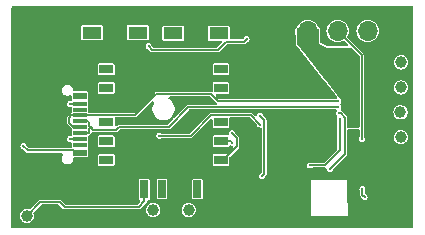
<source format=gbr>
%TF.GenerationSoftware,KiCad,Pcbnew,8.0.0*%
%TF.CreationDate,2024-03-12T22:02:48+01:00*%
%TF.ProjectId,projet s6,70726f6a-6574-4207-9336-2e6b69636164,rev?*%
%TF.SameCoordinates,Original*%
%TF.FileFunction,Copper,L2,Bot*%
%TF.FilePolarity,Positive*%
%FSLAX46Y46*%
G04 Gerber Fmt 4.6, Leading zero omitted, Abs format (unit mm)*
G04 Created by KiCad (PCBNEW 8.0.0) date 2024-03-12 22:02:48*
%MOMM*%
%LPD*%
G01*
G04 APERTURE LIST*
%TA.AperFunction,ComponentPad*%
%ADD10R,1.700000X1.700000*%
%TD*%
%TA.AperFunction,ComponentPad*%
%ADD11O,1.700000X1.700000*%
%TD*%
%TA.AperFunction,ComponentPad*%
%ADD12C,1.000000*%
%TD*%
%TA.AperFunction,ComponentPad*%
%ADD13R,1.650000X1.050000*%
%TD*%
%TA.AperFunction,SMDPad,CuDef*%
%ADD14R,1.100000X0.500000*%
%TD*%
%TA.AperFunction,SMDPad,CuDef*%
%ADD15R,1.650000X1.050000*%
%TD*%
%TA.AperFunction,SMDPad,CuDef*%
%ADD16R,1.200000X0.800000*%
%TD*%
%TA.AperFunction,WasherPad*%
%ADD17C,1.000000*%
%TD*%
%TA.AperFunction,SMDPad,CuDef*%
%ADD18R,0.700000X1.600000*%
%TD*%
%TA.AperFunction,SMDPad,CuDef*%
%ADD19R,0.700000X1.500000*%
%TD*%
%TA.AperFunction,HeatsinkPad*%
%ADD20R,1.000000X0.800000*%
%TD*%
%TA.AperFunction,SMDPad,CuDef*%
%ADD21R,1.150000X0.600000*%
%TD*%
%TA.AperFunction,SMDPad,CuDef*%
%ADD22R,1.150000X0.300000*%
%TD*%
%TA.AperFunction,SMDPad,CuDef*%
%ADD23R,2.000000X2.180000*%
%TD*%
%TA.AperFunction,ViaPad*%
%ADD24C,0.300000*%
%TD*%
%TA.AperFunction,Conductor*%
%ADD25C,0.150000*%
%TD*%
%TA.AperFunction,Conductor*%
%ADD26C,0.200000*%
%TD*%
G04 APERTURE END LIST*
D10*
%TO.P,J2,1,Pin_1*%
%TO.N,GND*%
X196150000Y-67250000D03*
D11*
%TO.P,J2,2,Pin_2*%
%TO.N,+3.3V*%
X198690000Y-67250000D03*
%TO.P,J2,3,Pin_3*%
%TO.N,OLED_SCL*%
X201230000Y-67250000D03*
%TO.P,J2,4,Pin_4*%
%TO.N,OLED_SDA*%
X203770000Y-67250000D03*
%TD*%
D12*
%TO.P,TP5,1,1*%
%TO.N,BAT+*%
X174910000Y-82900000D03*
%TD*%
%TO.P,TP9,1,1*%
%TO.N,SWDIO*%
X206550000Y-74140000D03*
%TD*%
%TO.P,TP11,1,1*%
%TO.N,SWCLK*%
X206570000Y-72030000D03*
%TD*%
%TO.P,TP7,1,1*%
%TO.N,+3.3V*%
X206570000Y-76240000D03*
%TD*%
%TO.P,TP8,1,1*%
%TO.N,GND*%
X206590000Y-67840000D03*
%TD*%
%TO.P,TP1,1,1*%
%TO.N,GND*%
X177040000Y-82950000D03*
%TD*%
%TO.P,TP10,1,1*%
%TO.N,SWO*%
X206610000Y-69910000D03*
%TD*%
D13*
%TO.P,SW1,1,1*%
%TO.N,GND*%
X187300000Y-65990000D03*
D14*
X189225000Y-68415000D03*
D13*
X191150000Y-65990000D03*
D15*
%TO.P,SW1,2,2*%
%TO.N,B1*%
X187300000Y-67440000D03*
X191150000Y-67440000D03*
%TD*%
D16*
%TO.P,PA1010D1,1,I2C_SDA*%
%TO.N,unconnected-(PA1010D1-I2C_SDA-Pad1)*%
X191340000Y-70500000D03*
%TO.P,PA1010D1,2,I2C_SCL*%
%TO.N,unconnected-(PA1010D1-I2C_SCL-Pad2)*%
X191340000Y-72100000D03*
%TO.P,PA1010D1,3,1PPS*%
%TO.N,unconnected-(PA1010D1-1PPS-Pad3)*%
X191340000Y-75000000D03*
%TO.P,PA1010D1,4,TX*%
%TO.N,Net-(PA1010D1-TX)*%
X191340000Y-76600000D03*
%TO.P,PA1010D1,5,RX*%
%TO.N,Net-(PA1010D1-RX)*%
X191340000Y-78200000D03*
%TO.P,PA1010D1,6,NRESET*%
%TO.N,unconnected-(PA1010D1-NRESET-Pad6)*%
X181640000Y-78200000D03*
%TO.P,PA1010D1,7,GND*%
%TO.N,GNDGPS*%
X181640000Y-76600000D03*
%TO.P,PA1010D1,8,WAKE_UP*%
%TO.N,unconnected-(PA1010D1-WAKE_UP-Pad8)*%
X181640000Y-75000000D03*
%TO.P,PA1010D1,9,VBACKUP*%
%TO.N,Net-(BT1-+)*%
X181640000Y-72100000D03*
%TO.P,PA1010D1,10,VCC*%
%TO.N,+3.3V*%
X181640000Y-70500000D03*
%TD*%
D17*
%TO.P,SW6,*%
%TO.N,*%
X188615000Y-82417500D03*
X185615000Y-82417500D03*
D18*
%TO.P,SW6,1,C*%
%TO.N,BAT+*%
X184865000Y-80667500D03*
D19*
%TO.P,SW6,2,B*%
%TO.N,Net-(SW6-B)*%
X186365000Y-80667500D03*
%TO.P,SW6,3,A*%
%TO.N,vusb*%
X189365000Y-80667500D03*
D20*
%TO.P,SW6,4*%
%TO.N,GND*%
X190765000Y-83382500D03*
X190765000Y-81452500D03*
X183465000Y-83382500D03*
X183465000Y-81452500D03*
%TD*%
D13*
%TO.P,SW2,1,1*%
%TO.N,GND*%
X180450000Y-65940000D03*
D14*
X182375000Y-68365000D03*
D13*
X184300000Y-65940000D03*
D15*
%TO.P,SW2,2,2*%
%TO.N,B2*%
X180450000Y-67390000D03*
X184300000Y-67390000D03*
%TD*%
D21*
%TO.P,J1,A1,GND*%
%TO.N,GND*%
X179420000Y-78355000D03*
X179420000Y-71955000D03*
%TO.P,J1,A4,VBUS*%
%TO.N,vusb*%
X179420000Y-77555000D03*
X179420000Y-72755000D03*
D22*
%TO.P,J1,A5,CC1*%
%TO.N,Net-(J1-CC1)*%
X179420000Y-76405000D03*
%TO.P,J1,A6,D+*%
%TO.N,D+*%
X179420000Y-75405000D03*
%TO.P,J1,A7,D-*%
%TO.N,D-*%
X179420000Y-74905000D03*
%TO.P,J1,A8,SBU1*%
%TO.N,unconnected-(J1-SBU1-PadA8)*%
X179420000Y-73905000D03*
%TO.P,J1,B5,CC2*%
%TO.N,Net-(J1-CC2)*%
X179420000Y-73405000D03*
%TO.P,J1,B6,D+*%
%TO.N,D+*%
X179420000Y-74405000D03*
%TO.P,J1,B7,D-*%
%TO.N,D-*%
X179420000Y-75905000D03*
%TO.P,J1,B8,SBU2*%
%TO.N,unconnected-(J1-SBU2-PadB8)*%
X179420000Y-76905000D03*
D23*
%TO.P,J1,S1,SHIELD*%
%TO.N,GND*%
X174915000Y-80265000D03*
X178845000Y-80265000D03*
X174915000Y-70045000D03*
X178845000Y-70045000D03*
%TD*%
D24*
%TO.N,GND*%
X200750000Y-79400000D03*
X202620000Y-81000000D03*
X202740000Y-82100000D03*
X206380000Y-81500000D03*
%TO.N,Net-(IC1-SETC)*%
X203520000Y-81330000D03*
X203330000Y-80610000D03*
%TO.N,GND*%
X200650000Y-83340000D03*
X197410000Y-77480000D03*
X198630000Y-83320000D03*
X205030000Y-79140000D03*
X202450000Y-79360000D03*
X198440000Y-79990000D03*
X199080000Y-79350000D03*
X173910000Y-83610000D03*
X174460000Y-73070000D03*
X198120000Y-70390000D03*
X196790000Y-70400000D03*
X204060000Y-69240000D03*
X204640000Y-71740000D03*
X200140000Y-71700000D03*
X203840000Y-73510000D03*
X204760000Y-73480000D03*
X207080000Y-72960000D03*
X184890000Y-70070000D03*
X185780000Y-71740000D03*
X191270000Y-79900000D03*
X193000000Y-78980000D03*
X193550000Y-66230000D03*
%TO.N,+3.3V*%
X202250000Y-74510000D03*
X194650000Y-74410000D03*
X185220000Y-68540000D03*
X193520000Y-67940000D03*
X199200000Y-68790000D03*
X202810000Y-74510000D03*
X202270000Y-75020000D03*
X182040000Y-70460000D03*
X198390000Y-68790000D03*
X202790000Y-75020000D03*
X194830000Y-79550000D03*
%TO.N,GNDGPS*%
X182130000Y-76590000D03*
%TO.N,Net-(BT1-+)*%
X181260000Y-72050000D03*
%TO.N,COMPASSCL*%
X198900000Y-78630000D03*
X201390000Y-74700000D03*
%TO.N,COMPASSDA*%
X200560000Y-78950000D03*
X201360000Y-74210000D03*
%TO.N,Net-(J1-CC2)*%
X178540000Y-73420000D03*
%TO.N,Net-(J1-CC1)*%
X178540000Y-76420000D03*
%TO.N,OLED_SCL*%
X203270000Y-76400000D03*
%TO.N,Net-(PA1010D1-TX)*%
X192290000Y-76700000D03*
%TO.N,Net-(PA1010D1-RX)*%
X192300000Y-75900000D03*
%TO.N,ALIMGPS*%
X194680000Y-75180000D03*
X186140000Y-76110000D03*
%TO.N,B2*%
X184800000Y-67360000D03*
X180000000Y-67360000D03*
%TO.N,B1*%
X186860000Y-67370000D03*
X191630000Y-67420000D03*
%TO.N,vusb*%
X174630000Y-76980000D03*
X179070000Y-77560000D03*
X179700000Y-77560000D03*
X179810000Y-72760000D03*
X189390000Y-80080000D03*
X179170000Y-72760000D03*
%TO.N,D+*%
X201290000Y-73200000D03*
%TO.N,D-*%
X201290000Y-73690000D03*
%TO.N,Net-(SW6-B)*%
X186360000Y-80070000D03*
%TO.N,GND*%
X178240000Y-70180000D03*
X196560000Y-75380000D03*
X187000000Y-78000000D03*
X177000000Y-69000000D03*
X175460000Y-69480000D03*
X174900000Y-80870000D03*
X174910000Y-80260000D03*
X175000000Y-67500000D03*
X193410000Y-77390000D03*
X189820000Y-73140000D03*
X176740000Y-75760000D03*
X178760000Y-70670000D03*
X192470000Y-74840000D03*
X174350000Y-70060000D03*
X178860000Y-79630000D03*
X188180000Y-68370000D03*
X174320000Y-70670000D03*
X175600000Y-75120000D03*
X179100000Y-78350000D03*
X178810000Y-69650000D03*
X182390000Y-83020000D03*
X202910000Y-75870000D03*
X194380000Y-71440000D03*
X175420000Y-79740000D03*
X181170000Y-68400000D03*
X189910000Y-69810000D03*
X175410000Y-80290000D03*
X179430000Y-70220000D03*
X196000000Y-78000000D03*
X178220000Y-69670000D03*
X190000000Y-79000000D03*
X174920000Y-79780000D03*
X199360000Y-75360000D03*
X178860000Y-80180000D03*
X195000000Y-82500000D03*
X179180000Y-71980000D03*
X186000000Y-78000000D03*
X176000000Y-66000000D03*
X177000000Y-67000000D03*
X186430000Y-70070000D03*
X179450000Y-69680000D03*
X189190000Y-71840000D03*
X196590000Y-74200000D03*
X178300000Y-80710000D03*
X180650000Y-73610000D03*
X176770000Y-74150000D03*
X190270000Y-68420000D03*
X187000000Y-77000000D03*
X179810000Y-72000000D03*
X199390000Y-72510000D03*
X177500000Y-72500000D03*
X192500000Y-82500000D03*
X175410000Y-80890000D03*
X188070000Y-70770000D03*
X174890000Y-70040000D03*
X204640000Y-71090000D03*
X189000000Y-78000000D03*
X178320000Y-74070000D03*
X197940000Y-72530000D03*
X184770000Y-74750000D03*
X178810000Y-70170000D03*
X188040000Y-73260000D03*
X187490000Y-75600000D03*
X189000000Y-77000000D03*
X184720000Y-72820000D03*
X178280000Y-80180000D03*
X194000000Y-69700000D03*
X191110000Y-71310000D03*
X181000000Y-80000000D03*
X179410000Y-70700000D03*
X174310000Y-69490000D03*
X194390000Y-78290000D03*
X174870000Y-70700000D03*
X178190000Y-70700000D03*
X193070000Y-68700000D03*
X196540000Y-72510000D03*
X177000000Y-81000000D03*
X180620000Y-72730000D03*
X175120000Y-76850000D03*
X206530000Y-78060000D03*
X185000000Y-78000000D03*
X189870000Y-74150000D03*
X200770000Y-76730000D03*
X184000000Y-78000000D03*
X206370000Y-66140000D03*
X178300000Y-79650000D03*
X191660000Y-68800000D03*
X174930000Y-69480000D03*
X175480000Y-70670000D03*
X193150000Y-71850000D03*
X179460000Y-79610000D03*
X188000000Y-77000000D03*
X192820000Y-69690000D03*
X179760000Y-78330000D03*
X187000000Y-83000000D03*
X175470000Y-70040000D03*
X194520000Y-76440000D03*
X179470000Y-80180000D03*
X178300000Y-75700000D03*
X197960000Y-75320000D03*
X199370000Y-74120000D03*
X179470000Y-80690000D03*
X182000000Y-81000000D03*
X174670000Y-75130000D03*
X178860000Y-80730000D03*
X188000000Y-78000000D03*
%TD*%
D25*
%TO.N,Net-(IC1-SETC)*%
X203330000Y-81140000D02*
X203520000Y-81330000D01*
X203330000Y-80610000D02*
X203330000Y-81140000D01*
%TO.N,COMPASSCL*%
X201390000Y-77370000D02*
X201390000Y-74700000D01*
X198900000Y-78630000D02*
X200130000Y-78630000D01*
X200130000Y-78630000D02*
X201390000Y-77370000D01*
%TO.N,COMPASSDA*%
X201870000Y-74578959D02*
X201501041Y-74210000D01*
X200560000Y-78950000D02*
X201870000Y-77640000D01*
X201501041Y-74210000D02*
X201360000Y-74210000D01*
X201870000Y-77640000D02*
X201870000Y-74578959D01*
D26*
%TO.N,+3.3V*%
X193290000Y-68170000D02*
X193520000Y-67940000D01*
X191780000Y-68170000D02*
X193290000Y-68170000D01*
X191085000Y-68865000D02*
X191780000Y-68170000D01*
X195030000Y-79350000D02*
X195030000Y-74790000D01*
X195030000Y-74790000D02*
X194650000Y-74410000D01*
X194830000Y-79550000D02*
X195030000Y-79350000D01*
X185220000Y-68540000D02*
X185545000Y-68865000D01*
X185545000Y-68865000D02*
X191085000Y-68865000D01*
D25*
%TO.N,Net-(J1-CC2)*%
X179420000Y-73405000D02*
X178555000Y-73405000D01*
X178555000Y-73405000D02*
X178540000Y-73420000D01*
%TO.N,Net-(J1-CC1)*%
X179420000Y-76405000D02*
X178555000Y-76405000D01*
X178555000Y-76405000D02*
X178540000Y-76420000D01*
%TO.N,OLED_SCL*%
X203270000Y-69290000D02*
X203270000Y-76400000D01*
X201230000Y-67250000D02*
X203270000Y-69290000D01*
%TO.N,Net-(PA1010D1-TX)*%
X192190000Y-76600000D02*
X192290000Y-76700000D01*
X191340000Y-76600000D02*
X192190000Y-76600000D01*
%TO.N,Net-(PA1010D1-RX)*%
X192715000Y-77025000D02*
X192715000Y-76315000D01*
X191540000Y-78200000D02*
X192715000Y-77025000D01*
X191340000Y-78200000D02*
X191540000Y-78200000D01*
X192715000Y-76315000D02*
X192300000Y-75900000D01*
%TO.N,ALIMGPS*%
X190520000Y-74370000D02*
X193870000Y-74370000D01*
X193870000Y-74370000D02*
X194680000Y-75180000D01*
X188780000Y-76110000D02*
X190520000Y-74370000D01*
X186140000Y-76110000D02*
X188780000Y-76110000D01*
%TO.N,B1*%
X191150000Y-67840000D02*
X191150000Y-67440000D01*
D26*
%TO.N,vusb*%
X174630000Y-76996397D02*
X174988603Y-77355000D01*
X178865000Y-77355000D02*
X179070000Y-77560000D01*
X174630000Y-76980000D02*
X174630000Y-76996397D01*
X174988603Y-77355000D02*
X178865000Y-77355000D01*
D25*
%TO.N,D+*%
X191095000Y-73200000D02*
X201290000Y-73200000D01*
X178520000Y-75060000D02*
X178865000Y-75405000D01*
X179420000Y-74405000D02*
X178695000Y-74405000D01*
X178520000Y-74580000D02*
X178520000Y-74750000D01*
X179420000Y-74405000D02*
X179450000Y-74375000D01*
X178520000Y-74770000D02*
X178520000Y-75060000D01*
X185830000Y-72620000D02*
X190515000Y-72620000D01*
X178865000Y-75405000D02*
X179420000Y-75405000D01*
X184075000Y-74375000D02*
X185830000Y-72620000D01*
X179450000Y-74375000D02*
X184075000Y-74375000D01*
X190515000Y-72620000D02*
X191095000Y-73200000D01*
X178695000Y-74405000D02*
X178520000Y-74580000D01*
%TO.N,D-*%
X180220000Y-75830000D02*
X180220000Y-75540000D01*
X186920000Y-75360000D02*
X188590000Y-73690000D01*
X180145000Y-75905000D02*
X180220000Y-75830000D01*
X180340000Y-75420000D02*
X180220000Y-75300000D01*
X180545000Y-75625000D02*
X182465000Y-75625000D01*
X180220000Y-75300000D02*
X180220000Y-75030000D01*
X180340000Y-75420000D02*
X180545000Y-75625000D01*
X179420000Y-75905000D02*
X180145000Y-75905000D01*
X180095000Y-74905000D02*
X179420000Y-74905000D01*
X182730000Y-75360000D02*
X186920000Y-75360000D01*
X182465000Y-75625000D02*
X182730000Y-75360000D01*
X180220000Y-75540000D02*
X180340000Y-75420000D01*
X188590000Y-73690000D02*
X201290000Y-73690000D01*
X180220000Y-75030000D02*
X180095000Y-74905000D01*
D26*
%TO.N,BAT+*%
X177700000Y-81740000D02*
X176070000Y-81740000D01*
X184380000Y-82152500D02*
X178112500Y-82152500D01*
X178112500Y-82152500D02*
X177700000Y-81740000D01*
X184865000Y-80667500D02*
X184865000Y-81667500D01*
X184865000Y-81667500D02*
X184380000Y-82152500D01*
X176070000Y-81740000D02*
X174910000Y-82900000D01*
%TD*%
%TA.AperFunction,Conductor*%
%TO.N,GND*%
G36*
X190457982Y-72815185D02*
G01*
X190478624Y-72831819D01*
X190949624Y-73302819D01*
X190983109Y-73364142D01*
X190978125Y-73433834D01*
X190936253Y-73489767D01*
X190870789Y-73514184D01*
X190861943Y-73514500D01*
X188639351Y-73514500D01*
X188639343Y-73514499D01*
X188624909Y-73514499D01*
X188555091Y-73514499D01*
X188555090Y-73514499D01*
X188490584Y-73541219D01*
X187418603Y-74613201D01*
X187357280Y-74646686D01*
X187287588Y-74641702D01*
X187268198Y-74627186D01*
X187277377Y-74637405D01*
X187288553Y-74706375D01*
X187260668Y-74770439D01*
X187253201Y-74778603D01*
X186883624Y-75148181D01*
X186822301Y-75181666D01*
X186795943Y-75184500D01*
X182779351Y-75184500D01*
X182779343Y-75184499D01*
X182764909Y-75184499D01*
X182695091Y-75184499D01*
X182695090Y-75184499D01*
X182630586Y-75211218D01*
X182552180Y-75289624D01*
X182490856Y-75323108D01*
X182421165Y-75318124D01*
X182365231Y-75276252D01*
X182362709Y-75269490D01*
X182368192Y-74600521D01*
X182412988Y-74561706D01*
X182464499Y-74550500D01*
X184109907Y-74550500D01*
X184109909Y-74550500D01*
X184174413Y-74523782D01*
X185460714Y-73237480D01*
X185522035Y-73203997D01*
X185591727Y-73208981D01*
X185647660Y-73250853D01*
X185672077Y-73316317D01*
X185657225Y-73384590D01*
X185651499Y-73394047D01*
X185647686Y-73399754D01*
X185647676Y-73399771D01*
X185576027Y-73572748D01*
X185576025Y-73572756D01*
X185539500Y-73756379D01*
X185539500Y-73943620D01*
X185576025Y-74127243D01*
X185576027Y-74127251D01*
X185647676Y-74300228D01*
X185647681Y-74300237D01*
X185751697Y-74455907D01*
X185751700Y-74455911D01*
X185884088Y-74588299D01*
X185884092Y-74588302D01*
X186039762Y-74692318D01*
X186039768Y-74692321D01*
X186039769Y-74692322D01*
X186212749Y-74763973D01*
X186396379Y-74800499D01*
X186396383Y-74800500D01*
X186396384Y-74800500D01*
X186583617Y-74800500D01*
X186583618Y-74800499D01*
X186767251Y-74763973D01*
X186940231Y-74692322D01*
X187095908Y-74588302D01*
X187095908Y-74588301D01*
X187096629Y-74587820D01*
X187163306Y-74566942D01*
X187225780Y-74584080D01*
X187207238Y-74534366D01*
X187222090Y-74466093D01*
X187227820Y-74456629D01*
X187228303Y-74455907D01*
X187332322Y-74300231D01*
X187403973Y-74127251D01*
X187440500Y-73943616D01*
X187440500Y-73756384D01*
X187403973Y-73572749D01*
X187332322Y-73399769D01*
X187332321Y-73399768D01*
X187332318Y-73399762D01*
X187228302Y-73244092D01*
X187228299Y-73244088D01*
X187095911Y-73111700D01*
X187095907Y-73111697D01*
X186962567Y-73022602D01*
X186917762Y-72968990D01*
X186909055Y-72899665D01*
X186939209Y-72836637D01*
X186998652Y-72799918D01*
X187031458Y-72795500D01*
X190390943Y-72795500D01*
X190457982Y-72815185D01*
G37*
%TD.AperFunction*%
%TD*%
%TA.AperFunction,Conductor*%
%TO.N,+3.3V*%
G36*
X199517609Y-67029352D02*
G01*
X199584542Y-67049391D01*
X199630017Y-67102436D01*
X199640948Y-67152389D01*
X199649999Y-68319999D01*
X199650001Y-68320001D01*
X199989999Y-68489999D01*
X200330000Y-68660000D01*
X202330608Y-68650737D01*
X202397735Y-68670111D01*
X202418860Y-68687055D01*
X203058181Y-69326376D01*
X203091666Y-69387699D01*
X203094500Y-69414057D01*
X203094500Y-75336000D01*
X203074815Y-75403039D01*
X203022011Y-75448794D01*
X202970500Y-75460000D01*
X202169500Y-75460000D01*
X202102461Y-75440315D01*
X202056706Y-75387511D01*
X202045500Y-75336000D01*
X202045500Y-74544051D01*
X202045500Y-74544050D01*
X202018782Y-74479546D01*
X201969413Y-74430177D01*
X201839837Y-74300601D01*
X201596369Y-74057132D01*
X201570251Y-74032215D01*
X201513009Y-73954699D01*
X201489020Y-73889076D01*
X201504317Y-73820902D01*
X201509639Y-73812175D01*
X201525966Y-73787740D01*
X201545408Y-73690000D01*
X201545408Y-73689997D01*
X201525966Y-73592261D01*
X201525966Y-73592260D01*
X201491395Y-73540520D01*
X201470528Y-73474330D01*
X201469407Y-73422737D01*
X201487628Y-73355291D01*
X201490255Y-73351185D01*
X201525966Y-73297740D01*
X201545408Y-73200000D01*
X201545408Y-73199997D01*
X201525966Y-73102260D01*
X201525966Y-73102259D01*
X201478994Y-73031960D01*
X201465427Y-73005074D01*
X201459999Y-72989998D01*
X200399291Y-71649702D01*
X200382270Y-71612867D01*
X200380640Y-71613543D01*
X200375967Y-71602262D01*
X200320600Y-71519398D01*
X200284981Y-71495598D01*
X200256638Y-71469447D01*
X198560616Y-69326376D01*
X197805788Y-68372586D01*
X197779621Y-68307803D01*
X197779056Y-68298472D01*
X197752897Y-67147487D01*
X197771053Y-67080020D01*
X197822804Y-67033077D01*
X197877517Y-67020674D01*
X199517609Y-67029352D01*
G37*
%TD.AperFunction*%
%TD*%
%TA.AperFunction,Conductor*%
%TO.N,GND*%
G36*
X182362709Y-75269490D02*
G01*
X182340815Y-75210787D01*
X182340499Y-75201962D01*
X182340499Y-74674499D01*
X182360184Y-74607461D01*
X182368192Y-74600521D01*
X182362709Y-75269490D01*
G37*
%TD.AperFunction*%
%TA.AperFunction,Conductor*%
G36*
X207592539Y-65170185D02*
G01*
X207638294Y-65222989D01*
X207649500Y-65274500D01*
X207649500Y-83825500D01*
X207629815Y-83892539D01*
X207577011Y-83938294D01*
X207525500Y-83949500D01*
X173724500Y-83949500D01*
X173657461Y-83929815D01*
X173611706Y-83877011D01*
X173600500Y-83825500D01*
X173600500Y-82900001D01*
X174304318Y-82900001D01*
X174324955Y-83056760D01*
X174324956Y-83056762D01*
X174385464Y-83202841D01*
X174481718Y-83328282D01*
X174607159Y-83424536D01*
X174753238Y-83485044D01*
X174831619Y-83495363D01*
X174909999Y-83505682D01*
X174910000Y-83505682D01*
X174910001Y-83505682D01*
X174962254Y-83498802D01*
X175066762Y-83485044D01*
X175212841Y-83424536D01*
X175338282Y-83328282D01*
X175434536Y-83202841D01*
X175495044Y-83056762D01*
X175510148Y-82942035D01*
X175515682Y-82900001D01*
X175515682Y-82899998D01*
X175495044Y-82743239D01*
X175495044Y-82743238D01*
X175484358Y-82717442D01*
X175476890Y-82647975D01*
X175508164Y-82585495D01*
X175511208Y-82582340D01*
X175676049Y-82417500D01*
X185009318Y-82417500D01*
X185013439Y-82448801D01*
X185014500Y-82464987D01*
X185014500Y-82496557D01*
X185022670Y-82527049D01*
X185025833Y-82542950D01*
X185029956Y-82574264D01*
X185042038Y-82603432D01*
X185047251Y-82618788D01*
X185055422Y-82649281D01*
X185055423Y-82649284D01*
X185071207Y-82676623D01*
X185078379Y-82691168D01*
X185090462Y-82720339D01*
X185090463Y-82720340D01*
X185109682Y-82745387D01*
X185118692Y-82758872D01*
X185134475Y-82786209D01*
X185134482Y-82786218D01*
X185156803Y-82808539D01*
X185167497Y-82820733D01*
X185186717Y-82845781D01*
X185211765Y-82865001D01*
X185223960Y-82875696D01*
X185246284Y-82898020D01*
X185246285Y-82898021D01*
X185246287Y-82898022D01*
X185273625Y-82913805D01*
X185287104Y-82922811D01*
X185312159Y-82942036D01*
X185339009Y-82953157D01*
X185341326Y-82954117D01*
X185355873Y-82961291D01*
X185383214Y-82977076D01*
X185383216Y-82977077D01*
X185413708Y-82985246D01*
X185429060Y-82990457D01*
X185458238Y-83002544D01*
X185489541Y-83006665D01*
X185505441Y-83009827D01*
X185535943Y-83018000D01*
X185567513Y-83018000D01*
X185583697Y-83019060D01*
X185615000Y-83023182D01*
X185646302Y-83019060D01*
X185662487Y-83018000D01*
X185694056Y-83018000D01*
X185694057Y-83018000D01*
X185724555Y-83009827D01*
X185740439Y-83006667D01*
X185771762Y-83002544D01*
X185800930Y-82990461D01*
X185816293Y-82985247D01*
X185835858Y-82980004D01*
X185846784Y-82977077D01*
X185874130Y-82961287D01*
X185888666Y-82954119D01*
X185917841Y-82942036D01*
X185942895Y-82922810D01*
X185956374Y-82913805D01*
X185983716Y-82898020D01*
X186006040Y-82875694D01*
X186018234Y-82865001D01*
X186043282Y-82845782D01*
X186062502Y-82820733D01*
X186073196Y-82808539D01*
X186095520Y-82786216D01*
X186111308Y-82758868D01*
X186120310Y-82745395D01*
X186139536Y-82720341D01*
X186151619Y-82691166D01*
X186158792Y-82676623D01*
X186174577Y-82649284D01*
X186177504Y-82638358D01*
X186182747Y-82618793D01*
X186187962Y-82603428D01*
X186200044Y-82574262D01*
X186204167Y-82542939D01*
X186207329Y-82527049D01*
X186215500Y-82496557D01*
X186215500Y-82464987D01*
X186216561Y-82448801D01*
X186220682Y-82417500D01*
X188009318Y-82417500D01*
X188013439Y-82448801D01*
X188014500Y-82464987D01*
X188014500Y-82496557D01*
X188022670Y-82527049D01*
X188025833Y-82542950D01*
X188029956Y-82574264D01*
X188042038Y-82603432D01*
X188047251Y-82618788D01*
X188055422Y-82649281D01*
X188055423Y-82649284D01*
X188071207Y-82676623D01*
X188078379Y-82691168D01*
X188090462Y-82720339D01*
X188090463Y-82720340D01*
X188109682Y-82745387D01*
X188118692Y-82758872D01*
X188134475Y-82786209D01*
X188134482Y-82786218D01*
X188156803Y-82808539D01*
X188167497Y-82820733D01*
X188186717Y-82845781D01*
X188211765Y-82865001D01*
X188223960Y-82875696D01*
X188246284Y-82898020D01*
X188246285Y-82898021D01*
X188246287Y-82898022D01*
X188273625Y-82913805D01*
X188287104Y-82922811D01*
X188312159Y-82942036D01*
X188339009Y-82953157D01*
X188341326Y-82954117D01*
X188355873Y-82961291D01*
X188383214Y-82977076D01*
X188383216Y-82977077D01*
X188413708Y-82985246D01*
X188429060Y-82990457D01*
X188458238Y-83002544D01*
X188489541Y-83006665D01*
X188505441Y-83009827D01*
X188535943Y-83018000D01*
X188567513Y-83018000D01*
X188583697Y-83019060D01*
X188615000Y-83023182D01*
X188646302Y-83019060D01*
X188662487Y-83018000D01*
X188694056Y-83018000D01*
X188694057Y-83018000D01*
X188724555Y-83009827D01*
X188740439Y-83006667D01*
X188771762Y-83002544D01*
X188800930Y-82990461D01*
X188816293Y-82985247D01*
X188835858Y-82980004D01*
X188846784Y-82977077D01*
X188874130Y-82961287D01*
X188888666Y-82954119D01*
X188917841Y-82942036D01*
X188933525Y-82930000D01*
X198970000Y-82930000D01*
X202070000Y-82930000D01*
X202070000Y-82929999D01*
X202062492Y-80610002D01*
X203074592Y-80610002D01*
X203094033Y-80707739D01*
X203094033Y-80707740D01*
X203133602Y-80766959D01*
X203154480Y-80833636D01*
X203154500Y-80835849D01*
X203154500Y-81174908D01*
X203181218Y-81239413D01*
X203236203Y-81294398D01*
X203269688Y-81355721D01*
X203270139Y-81357888D01*
X203284033Y-81427738D01*
X203284033Y-81427739D01*
X203284034Y-81427740D01*
X203339399Y-81510601D01*
X203422260Y-81565966D01*
X203442646Y-81570021D01*
X203519998Y-81585408D01*
X203520000Y-81585408D01*
X203520002Y-81585408D01*
X203568870Y-81575687D01*
X203617740Y-81565966D01*
X203700601Y-81510601D01*
X203755966Y-81427740D01*
X203775408Y-81330000D01*
X203775408Y-81329997D01*
X203755966Y-81232261D01*
X203755966Y-81232260D01*
X203700601Y-81149399D01*
X203617740Y-81094034D01*
X203617739Y-81094033D01*
X203605305Y-81091560D01*
X203543395Y-81059173D01*
X203508823Y-80998456D01*
X203505500Y-80969943D01*
X203505500Y-80835849D01*
X203525185Y-80768810D01*
X203526398Y-80766959D01*
X203565966Y-80707740D01*
X203565966Y-80707739D01*
X203585408Y-80610002D01*
X203585408Y-80609997D01*
X203565966Y-80512261D01*
X203565966Y-80512260D01*
X203510601Y-80429399D01*
X203427740Y-80374034D01*
X203427739Y-80374033D01*
X203427738Y-80374033D01*
X203330002Y-80354592D01*
X203329998Y-80354592D01*
X203232261Y-80374033D01*
X203149399Y-80429399D01*
X203094033Y-80512261D01*
X203074592Y-80609997D01*
X203074592Y-80610002D01*
X202062492Y-80610002D01*
X202060000Y-79840000D01*
X202059999Y-79839999D01*
X198980000Y-79829999D01*
X198979999Y-79830001D01*
X198970000Y-82930000D01*
X188933525Y-82930000D01*
X188942895Y-82922810D01*
X188956374Y-82913805D01*
X188983716Y-82898020D01*
X189006040Y-82875694D01*
X189018234Y-82865001D01*
X189043282Y-82845782D01*
X189062502Y-82820733D01*
X189073196Y-82808539D01*
X189095520Y-82786216D01*
X189111308Y-82758868D01*
X189120310Y-82745395D01*
X189139536Y-82720341D01*
X189151619Y-82691166D01*
X189158792Y-82676623D01*
X189174577Y-82649284D01*
X189177504Y-82638358D01*
X189182747Y-82618793D01*
X189187962Y-82603428D01*
X189200044Y-82574262D01*
X189204167Y-82542939D01*
X189207329Y-82527049D01*
X189215500Y-82496557D01*
X189215500Y-82464987D01*
X189216561Y-82448801D01*
X189220682Y-82417500D01*
X189220682Y-82417498D01*
X189216561Y-82386197D01*
X189215500Y-82370012D01*
X189215500Y-82338445D01*
X189215500Y-82338443D01*
X189207327Y-82307941D01*
X189204164Y-82292036D01*
X189200044Y-82260739D01*
X189200044Y-82260738D01*
X189187957Y-82231560D01*
X189182745Y-82216203D01*
X189174577Y-82185716D01*
X189174575Y-82185712D01*
X189158791Y-82158373D01*
X189151617Y-82143826D01*
X189139536Y-82114660D01*
X189139536Y-82114659D01*
X189120311Y-82089604D01*
X189111305Y-82076125D01*
X189095522Y-82048787D01*
X189095518Y-82048782D01*
X189073196Y-82026460D01*
X189062501Y-82014265D01*
X189043281Y-81989217D01*
X189018233Y-81969997D01*
X189006039Y-81959303D01*
X188983718Y-81936982D01*
X188983716Y-81936980D01*
X188983713Y-81936978D01*
X188983709Y-81936975D01*
X188956372Y-81921192D01*
X188942887Y-81912182D01*
X188917840Y-81892963D01*
X188917839Y-81892962D01*
X188888668Y-81880879D01*
X188874123Y-81873707D01*
X188846784Y-81857923D01*
X188846781Y-81857922D01*
X188816288Y-81849751D01*
X188800932Y-81844538D01*
X188771764Y-81832456D01*
X188740450Y-81828333D01*
X188724552Y-81825170D01*
X188694057Y-81817000D01*
X188662487Y-81817000D01*
X188646302Y-81815939D01*
X188615000Y-81811818D01*
X188583697Y-81815939D01*
X188567513Y-81817000D01*
X188535940Y-81817000D01*
X188505441Y-81825171D01*
X188489545Y-81828332D01*
X188458244Y-81832454D01*
X188458235Y-81832456D01*
X188429067Y-81844538D01*
X188413715Y-81849750D01*
X188383219Y-81857922D01*
X188383217Y-81857922D01*
X188383216Y-81857923D01*
X188383214Y-81857924D01*
X188383212Y-81857925D01*
X188355875Y-81873707D01*
X188341336Y-81880877D01*
X188312165Y-81892960D01*
X188312160Y-81892963D01*
X188287107Y-81912186D01*
X188273629Y-81921191D01*
X188246283Y-81936980D01*
X188223955Y-81959307D01*
X188211767Y-81969996D01*
X188186718Y-81989218D01*
X188167496Y-82014267D01*
X188156807Y-82026455D01*
X188134480Y-82048783D01*
X188118691Y-82076129D01*
X188109686Y-82089607D01*
X188090463Y-82114660D01*
X188090460Y-82114665D01*
X188078377Y-82143836D01*
X188071207Y-82158375D01*
X188055425Y-82185712D01*
X188055422Y-82185719D01*
X188047250Y-82216215D01*
X188042038Y-82231567D01*
X188029956Y-82260735D01*
X188029954Y-82260744D01*
X188025832Y-82292045D01*
X188022671Y-82307941D01*
X188014500Y-82338440D01*
X188014500Y-82370012D01*
X188013439Y-82386197D01*
X188009318Y-82417498D01*
X188009318Y-82417500D01*
X186220682Y-82417500D01*
X186220682Y-82417498D01*
X186216561Y-82386197D01*
X186215500Y-82370012D01*
X186215500Y-82338445D01*
X186215500Y-82338443D01*
X186207327Y-82307941D01*
X186204164Y-82292036D01*
X186200044Y-82260739D01*
X186200044Y-82260738D01*
X186187957Y-82231560D01*
X186182745Y-82216203D01*
X186174577Y-82185716D01*
X186174575Y-82185712D01*
X186158791Y-82158373D01*
X186151617Y-82143826D01*
X186139536Y-82114660D01*
X186139536Y-82114659D01*
X186120311Y-82089604D01*
X186111305Y-82076125D01*
X186095522Y-82048787D01*
X186095518Y-82048782D01*
X186073196Y-82026460D01*
X186062501Y-82014265D01*
X186043281Y-81989217D01*
X186018233Y-81969997D01*
X186006039Y-81959303D01*
X185983718Y-81936982D01*
X185983716Y-81936980D01*
X185983713Y-81936978D01*
X185983709Y-81936975D01*
X185956372Y-81921192D01*
X185942887Y-81912182D01*
X185917840Y-81892963D01*
X185917839Y-81892962D01*
X185888668Y-81880879D01*
X185874123Y-81873707D01*
X185846784Y-81857923D01*
X185846781Y-81857922D01*
X185816288Y-81849751D01*
X185800932Y-81844538D01*
X185771764Y-81832456D01*
X185740450Y-81828333D01*
X185724552Y-81825170D01*
X185694057Y-81817000D01*
X185662487Y-81817000D01*
X185646302Y-81815939D01*
X185615000Y-81811818D01*
X185583697Y-81815939D01*
X185567513Y-81817000D01*
X185535940Y-81817000D01*
X185505441Y-81825171D01*
X185489545Y-81828332D01*
X185458244Y-81832454D01*
X185458235Y-81832456D01*
X185429067Y-81844538D01*
X185413715Y-81849750D01*
X185383219Y-81857922D01*
X185383217Y-81857922D01*
X185383216Y-81857923D01*
X185383214Y-81857924D01*
X185383212Y-81857925D01*
X185355875Y-81873707D01*
X185341336Y-81880877D01*
X185312165Y-81892960D01*
X185312160Y-81892963D01*
X185287107Y-81912186D01*
X185273629Y-81921191D01*
X185246283Y-81936980D01*
X185223955Y-81959307D01*
X185211767Y-81969996D01*
X185186718Y-81989218D01*
X185167496Y-82014267D01*
X185156807Y-82026455D01*
X185134480Y-82048783D01*
X185118691Y-82076129D01*
X185109686Y-82089607D01*
X185090463Y-82114660D01*
X185090460Y-82114665D01*
X185078377Y-82143836D01*
X185071207Y-82158375D01*
X185055425Y-82185712D01*
X185055422Y-82185719D01*
X185047250Y-82216215D01*
X185042038Y-82231567D01*
X185029956Y-82260735D01*
X185029954Y-82260744D01*
X185025832Y-82292045D01*
X185022671Y-82307941D01*
X185014500Y-82338440D01*
X185014500Y-82370012D01*
X185013439Y-82386197D01*
X185009318Y-82417498D01*
X185009318Y-82417500D01*
X175676049Y-82417500D01*
X176116731Y-81976819D01*
X176178054Y-81943334D01*
X176204412Y-81940500D01*
X177565588Y-81940500D01*
X177632627Y-81960185D01*
X177653269Y-81976819D01*
X177998926Y-82322476D01*
X178072618Y-82353000D01*
X178072620Y-82353000D01*
X184419880Y-82353000D01*
X184419882Y-82353000D01*
X184493574Y-82322476D01*
X185034976Y-81781074D01*
X185065500Y-81707382D01*
X185065500Y-81691999D01*
X185085185Y-81624960D01*
X185137989Y-81579205D01*
X185189500Y-81567999D01*
X185224895Y-81567999D01*
X185224898Y-81567999D01*
X185254213Y-81562169D01*
X185287457Y-81539957D01*
X185309669Y-81506713D01*
X185315500Y-81477399D01*
X185315500Y-81427394D01*
X185914500Y-81427394D01*
X185914501Y-81427402D01*
X185920330Y-81456712D01*
X185942542Y-81489957D01*
X185959219Y-81501099D01*
X185975787Y-81512169D01*
X185975790Y-81512169D01*
X185975791Y-81512170D01*
X185985647Y-81514130D01*
X186005101Y-81518000D01*
X186724898Y-81517999D01*
X186754213Y-81512169D01*
X186787457Y-81489957D01*
X186809669Y-81456713D01*
X186815500Y-81427399D01*
X186815500Y-81427394D01*
X188914500Y-81427394D01*
X188914501Y-81427402D01*
X188920330Y-81456712D01*
X188942542Y-81489957D01*
X188959219Y-81501099D01*
X188975787Y-81512169D01*
X188975790Y-81512169D01*
X188975791Y-81512170D01*
X188985647Y-81514130D01*
X189005101Y-81518000D01*
X189724898Y-81517999D01*
X189754213Y-81512169D01*
X189787457Y-81489957D01*
X189809669Y-81456713D01*
X189815500Y-81427399D01*
X189815499Y-79907602D01*
X189809669Y-79878287D01*
X189809668Y-79878285D01*
X189787457Y-79845042D01*
X189754214Y-79822832D01*
X189754215Y-79822832D01*
X189754213Y-79822831D01*
X189754211Y-79822830D01*
X189754208Y-79822829D01*
X189724901Y-79817000D01*
X189005105Y-79817000D01*
X189005097Y-79817001D01*
X188975787Y-79822830D01*
X188942542Y-79845042D01*
X188920332Y-79878285D01*
X188920329Y-79878291D01*
X188914500Y-79907598D01*
X188914500Y-81427394D01*
X186815500Y-81427394D01*
X186815499Y-79907602D01*
X186809669Y-79878287D01*
X186809668Y-79878285D01*
X186787457Y-79845042D01*
X186754214Y-79822832D01*
X186754215Y-79822832D01*
X186754213Y-79822831D01*
X186754211Y-79822830D01*
X186754208Y-79822829D01*
X186724901Y-79817000D01*
X186724899Y-79817000D01*
X186384318Y-79817000D01*
X186360132Y-79814618D01*
X186360000Y-79814592D01*
X186359999Y-79814592D01*
X186359998Y-79814592D01*
X186359997Y-79814592D01*
X186359861Y-79814619D01*
X186335680Y-79817000D01*
X186005105Y-79817000D01*
X186005097Y-79817001D01*
X185975787Y-79822830D01*
X185942542Y-79845042D01*
X185920332Y-79878285D01*
X185920329Y-79878291D01*
X185914500Y-79907598D01*
X185914500Y-81427394D01*
X185315500Y-81427394D01*
X185315499Y-79857602D01*
X185309669Y-79828287D01*
X185300519Y-79814592D01*
X185287457Y-79795042D01*
X185254214Y-79772832D01*
X185254215Y-79772832D01*
X185254213Y-79772831D01*
X185254211Y-79772830D01*
X185254208Y-79772829D01*
X185224901Y-79767000D01*
X184505105Y-79767000D01*
X184505097Y-79767001D01*
X184475787Y-79772830D01*
X184442542Y-79795042D01*
X184420332Y-79828285D01*
X184420329Y-79828291D01*
X184414500Y-79857598D01*
X184414500Y-81477394D01*
X184414501Y-81477402D01*
X184420330Y-81506712D01*
X184442542Y-81539957D01*
X184456852Y-81549517D01*
X184475787Y-81562169D01*
X184475788Y-81562169D01*
X184476634Y-81562734D01*
X184521442Y-81616344D01*
X184530152Y-81685668D01*
X184500000Y-81748697D01*
X184495430Y-81753520D01*
X184333267Y-81915682D01*
X184271946Y-81949166D01*
X184245588Y-81952000D01*
X178246912Y-81952000D01*
X178179873Y-81932315D01*
X178159231Y-81915681D01*
X177813574Y-81570024D01*
X177739883Y-81539500D01*
X177739882Y-81539500D01*
X176109882Y-81539500D01*
X176030118Y-81539500D01*
X176030116Y-81539500D01*
X176030114Y-81539501D01*
X175956428Y-81570021D01*
X175956426Y-81570023D01*
X175227688Y-82298760D01*
X175166365Y-82332245D01*
X175096673Y-82327261D01*
X175092597Y-82325657D01*
X175066762Y-82314956D01*
X175066759Y-82314955D01*
X175066760Y-82314955D01*
X174910001Y-82294318D01*
X174909999Y-82294318D01*
X174753239Y-82314955D01*
X174753237Y-82314956D01*
X174607160Y-82375463D01*
X174481718Y-82471718D01*
X174385463Y-82597160D01*
X174324956Y-82743237D01*
X174324955Y-82743239D01*
X174304318Y-82899998D01*
X174304318Y-82900001D01*
X173600500Y-82900001D01*
X173600500Y-78609894D01*
X180939500Y-78609894D01*
X180939501Y-78609902D01*
X180945330Y-78639212D01*
X180967542Y-78672457D01*
X180984219Y-78683599D01*
X181000787Y-78694669D01*
X181000790Y-78694669D01*
X181000791Y-78694670D01*
X181010647Y-78696630D01*
X181030101Y-78700500D01*
X182249898Y-78700499D01*
X182279213Y-78694669D01*
X182312457Y-78672457D01*
X182334669Y-78639213D01*
X182340500Y-78609899D01*
X182340500Y-78609894D01*
X190639500Y-78609894D01*
X190639501Y-78609902D01*
X190645330Y-78639212D01*
X190667542Y-78672457D01*
X190684219Y-78683599D01*
X190700787Y-78694669D01*
X190700790Y-78694669D01*
X190700791Y-78694670D01*
X190710647Y-78696630D01*
X190730101Y-78700500D01*
X191949898Y-78700499D01*
X191979213Y-78694669D01*
X192012457Y-78672457D01*
X192034669Y-78639213D01*
X192040500Y-78609899D01*
X192040499Y-77999055D01*
X192060183Y-77932017D01*
X192076813Y-77911380D01*
X192863782Y-77124413D01*
X192890500Y-77059909D01*
X192890500Y-76990091D01*
X192890500Y-76364351D01*
X192890501Y-76364342D01*
X192890501Y-76280092D01*
X192890501Y-76280091D01*
X192863782Y-76215587D01*
X192863780Y-76215585D01*
X192863780Y-76215584D01*
X192583796Y-75935601D01*
X192550311Y-75874278D01*
X192549886Y-75872240D01*
X192535966Y-75802260D01*
X192480601Y-75719399D01*
X192397740Y-75664034D01*
X192397739Y-75664033D01*
X192397738Y-75664033D01*
X192300002Y-75644592D01*
X192299998Y-75644592D01*
X192202261Y-75664033D01*
X192119399Y-75719399D01*
X192064033Y-75802261D01*
X192044592Y-75899997D01*
X192044592Y-75899998D01*
X192054798Y-75951310D01*
X192048569Y-76020901D01*
X192005706Y-76076078D01*
X191939816Y-76099322D01*
X191933180Y-76099500D01*
X190730105Y-76099500D01*
X190730097Y-76099501D01*
X190700787Y-76105330D01*
X190667542Y-76127542D01*
X190645332Y-76160785D01*
X190645329Y-76160791D01*
X190639500Y-76190098D01*
X190639500Y-77009894D01*
X190639501Y-77009902D01*
X190645330Y-77039212D01*
X190667542Y-77072457D01*
X190684219Y-77083599D01*
X190700787Y-77094669D01*
X190700790Y-77094669D01*
X190700791Y-77094670D01*
X190710647Y-77096630D01*
X190730101Y-77100500D01*
X191949898Y-77100499D01*
X191979213Y-77094669D01*
X192012457Y-77072457D01*
X192034669Y-77039213D01*
X192036230Y-77031363D01*
X192068612Y-76969451D01*
X192129327Y-76934875D01*
X192182039Y-76933933D01*
X192267986Y-76951029D01*
X192329897Y-76983414D01*
X192364471Y-77044130D01*
X192360732Y-77113899D01*
X192331476Y-77160327D01*
X191828623Y-77663181D01*
X191767300Y-77696666D01*
X191740942Y-77699500D01*
X190730105Y-77699500D01*
X190730097Y-77699501D01*
X190700787Y-77705330D01*
X190667542Y-77727542D01*
X190645332Y-77760785D01*
X190645329Y-77760791D01*
X190639500Y-77790098D01*
X190639500Y-78609894D01*
X182340500Y-78609894D01*
X182340499Y-77790102D01*
X182334669Y-77760787D01*
X182324236Y-77745172D01*
X182312457Y-77727542D01*
X182279214Y-77705332D01*
X182279215Y-77705332D01*
X182279213Y-77705331D01*
X182279211Y-77705330D01*
X182279208Y-77705329D01*
X182249901Y-77699500D01*
X181030105Y-77699500D01*
X181030097Y-77699501D01*
X181000787Y-77705330D01*
X180967542Y-77727542D01*
X180945332Y-77760785D01*
X180945329Y-77760791D01*
X180939500Y-77790098D01*
X180939500Y-78609894D01*
X173600500Y-78609894D01*
X173600500Y-76980002D01*
X174374592Y-76980002D01*
X174394033Y-77077738D01*
X174394033Y-77077739D01*
X174394034Y-77077740D01*
X174449399Y-77160601D01*
X174532260Y-77215966D01*
X174537507Y-77217009D01*
X174599418Y-77249392D01*
X174600999Y-77250946D01*
X174818627Y-77468574D01*
X174875029Y-77524976D01*
X174948721Y-77555500D01*
X177864633Y-77555500D01*
X177931672Y-77575185D01*
X177977427Y-77627989D01*
X177987371Y-77697147D01*
X177967140Y-77745172D01*
X177968569Y-77745997D01*
X177901905Y-77861463D01*
X177888531Y-77911375D01*
X177869500Y-77982399D01*
X177869500Y-78107601D01*
X177901905Y-78228536D01*
X177964505Y-78336964D01*
X178053036Y-78425495D01*
X178161464Y-78488095D01*
X178282399Y-78520500D01*
X178282401Y-78520500D01*
X178407599Y-78520500D01*
X178407601Y-78520500D01*
X178528536Y-78488095D01*
X178636964Y-78425495D01*
X178725495Y-78336964D01*
X178788095Y-78228536D01*
X178820500Y-78107601D01*
X178820500Y-78079499D01*
X178840185Y-78012460D01*
X178892989Y-77966705D01*
X178944495Y-77955499D01*
X180004898Y-77955499D01*
X180034213Y-77949669D01*
X180067457Y-77927457D01*
X180089669Y-77894213D01*
X180095500Y-77864899D01*
X180095499Y-77245102D01*
X180089669Y-77215787D01*
X180084996Y-77204504D01*
X180088551Y-77203031D01*
X180074205Y-77157208D01*
X180088047Y-77106756D01*
X180084996Y-77105493D01*
X180089666Y-77094217D01*
X180089669Y-77094213D01*
X180095500Y-77064899D01*
X180095500Y-77009894D01*
X180939500Y-77009894D01*
X180939501Y-77009902D01*
X180945330Y-77039212D01*
X180967542Y-77072457D01*
X180984219Y-77083599D01*
X181000787Y-77094669D01*
X181000790Y-77094669D01*
X181000791Y-77094670D01*
X181010647Y-77096630D01*
X181030101Y-77100500D01*
X182249898Y-77100499D01*
X182279213Y-77094669D01*
X182312457Y-77072457D01*
X182334669Y-77039213D01*
X182340500Y-77009899D01*
X182340499Y-76763467D01*
X182360183Y-76696429D01*
X182361400Y-76694573D01*
X182365966Y-76687740D01*
X182365966Y-76687738D01*
X182365967Y-76687738D01*
X182385408Y-76590002D01*
X182385408Y-76589997D01*
X182365966Y-76492260D01*
X182361395Y-76485418D01*
X182340519Y-76418740D01*
X182340499Y-76416530D01*
X182340499Y-76190105D01*
X182340498Y-76190097D01*
X182334669Y-76160787D01*
X182312457Y-76127542D01*
X182286204Y-76110002D01*
X185884592Y-76110002D01*
X185904033Y-76207738D01*
X185904033Y-76207739D01*
X185904034Y-76207740D01*
X185959399Y-76290601D01*
X186042260Y-76345966D01*
X186062093Y-76349911D01*
X186139998Y-76365408D01*
X186140000Y-76365408D01*
X186140002Y-76365408D01*
X186188870Y-76355687D01*
X186237740Y-76345966D01*
X186296960Y-76306396D01*
X186363638Y-76285520D01*
X186365850Y-76285500D01*
X188814907Y-76285500D01*
X188814909Y-76285500D01*
X188879413Y-76258782D01*
X190427821Y-74710373D01*
X190489142Y-74676890D01*
X190558834Y-74681874D01*
X190614767Y-74723746D01*
X190639184Y-74789210D01*
X190639500Y-74798056D01*
X190639500Y-75409894D01*
X190639501Y-75409902D01*
X190645330Y-75439212D01*
X190667542Y-75472457D01*
X190684219Y-75483599D01*
X190700787Y-75494669D01*
X190700790Y-75494669D01*
X190700791Y-75494670D01*
X190710647Y-75496630D01*
X190730101Y-75500500D01*
X191949898Y-75500499D01*
X191979213Y-75494669D01*
X192012457Y-75472457D01*
X192034669Y-75439213D01*
X192040500Y-75409899D01*
X192040499Y-74669499D01*
X192060183Y-74602461D01*
X192112987Y-74556706D01*
X192164499Y-74545500D01*
X193745943Y-74545500D01*
X193812982Y-74565185D01*
X193833624Y-74581819D01*
X194396203Y-75144398D01*
X194429688Y-75205721D01*
X194430139Y-75207888D01*
X194444033Y-75277738D01*
X194444033Y-75277739D01*
X194444034Y-75277740D01*
X194499399Y-75360601D01*
X194582260Y-75415966D01*
X194614840Y-75422446D01*
X194679998Y-75435408D01*
X194680000Y-75435408D01*
X194680001Y-75435408D01*
X194681308Y-75435148D01*
X194684214Y-75435408D01*
X194692213Y-75435408D01*
X194692213Y-75436123D01*
X194750900Y-75441375D01*
X194806077Y-75484238D01*
X194829322Y-75550128D01*
X194829500Y-75556765D01*
X194829500Y-79192927D01*
X194809815Y-79259966D01*
X194757011Y-79305721D01*
X194735751Y-79312588D01*
X194732259Y-79314034D01*
X194649399Y-79369399D01*
X194594033Y-79452261D01*
X194574592Y-79549997D01*
X194574592Y-79550002D01*
X194594033Y-79647738D01*
X194594033Y-79647739D01*
X194594034Y-79647740D01*
X194649399Y-79730601D01*
X194732260Y-79785966D01*
X194764840Y-79792446D01*
X194829998Y-79805408D01*
X194830000Y-79805408D01*
X194830002Y-79805408D01*
X194878870Y-79795687D01*
X194927740Y-79785966D01*
X195010601Y-79730601D01*
X195065966Y-79647740D01*
X195071081Y-79622023D01*
X195103463Y-79560113D01*
X195105018Y-79558531D01*
X195199974Y-79463576D01*
X195199974Y-79463575D01*
X195199976Y-79463574D01*
X195230500Y-79389882D01*
X195230500Y-79310118D01*
X195230500Y-74750118D01*
X195199976Y-74676426D01*
X195143574Y-74620024D01*
X194925017Y-74401467D01*
X194891532Y-74340144D01*
X194891099Y-74338066D01*
X194885966Y-74312260D01*
X194830601Y-74229399D01*
X194747740Y-74174034D01*
X194747739Y-74174033D01*
X194747738Y-74174033D01*
X194650002Y-74154592D01*
X194649998Y-74154592D01*
X194552261Y-74174033D01*
X194469399Y-74229399D01*
X194414033Y-74312261D01*
X194400629Y-74379647D01*
X194368244Y-74441558D01*
X194307528Y-74476132D01*
X194237758Y-74472391D01*
X194191331Y-74443136D01*
X193969413Y-74221218D01*
X193956301Y-74215787D01*
X193904909Y-74194500D01*
X193904908Y-74194500D01*
X190569351Y-74194500D01*
X190569343Y-74194499D01*
X190554909Y-74194499D01*
X190485091Y-74194499D01*
X190485090Y-74194499D01*
X190420584Y-74221219D01*
X188743624Y-75898181D01*
X188682301Y-75931666D01*
X188655943Y-75934500D01*
X186365850Y-75934500D01*
X186298811Y-75914815D01*
X186296960Y-75913603D01*
X186285605Y-75906016D01*
X186237740Y-75874034D01*
X186237739Y-75874033D01*
X186237738Y-75874033D01*
X186140002Y-75854592D01*
X186139998Y-75854592D01*
X186042261Y-75874033D01*
X185959399Y-75929399D01*
X185904033Y-76012261D01*
X185884592Y-76109997D01*
X185884592Y-76110002D01*
X182286204Y-76110002D01*
X182279214Y-76105332D01*
X182279215Y-76105332D01*
X182279213Y-76105331D01*
X182279211Y-76105330D01*
X182279208Y-76105329D01*
X182249901Y-76099500D01*
X181030105Y-76099500D01*
X181030097Y-76099501D01*
X181000787Y-76105330D01*
X180967542Y-76127542D01*
X180945332Y-76160785D01*
X180945329Y-76160791D01*
X180939500Y-76190098D01*
X180939500Y-77009894D01*
X180095500Y-77009894D01*
X180095499Y-76745102D01*
X180089669Y-76715787D01*
X180084996Y-76704504D01*
X180088551Y-76703031D01*
X180074205Y-76657208D01*
X180088047Y-76606756D01*
X180084996Y-76605493D01*
X180089666Y-76594217D01*
X180089669Y-76594213D01*
X180095500Y-76564899D01*
X180095499Y-76245102D01*
X180091407Y-76224527D01*
X180097636Y-76154939D01*
X180140500Y-76099763D01*
X180169450Y-76087163D01*
X180168626Y-76085173D01*
X180179908Y-76080500D01*
X180179909Y-76080500D01*
X180244413Y-76053782D01*
X180368782Y-75929413D01*
X180390471Y-75877049D01*
X180434312Y-75822646D01*
X180500606Y-75800580D01*
X180505033Y-75800501D01*
X180594343Y-75800501D01*
X180594351Y-75800500D01*
X182499907Y-75800500D01*
X182499909Y-75800500D01*
X182564413Y-75773782D01*
X182766376Y-75571819D01*
X182827699Y-75538334D01*
X182854057Y-75535500D01*
X186954907Y-75535500D01*
X186954909Y-75535500D01*
X187019413Y-75508782D01*
X188626376Y-73901819D01*
X188687699Y-73868334D01*
X188714057Y-73865500D01*
X201056926Y-73865500D01*
X201123965Y-73885185D01*
X201169720Y-73937989D01*
X201179664Y-74007147D01*
X201160028Y-74058389D01*
X201155680Y-74064898D01*
X201124033Y-74112261D01*
X201104592Y-74209997D01*
X201104592Y-74210002D01*
X201124033Y-74307738D01*
X201124033Y-74307739D01*
X201124034Y-74307740D01*
X201179399Y-74390601D01*
X201179400Y-74390601D01*
X201186185Y-74400756D01*
X201184482Y-74401893D01*
X201210499Y-74449539D01*
X201205515Y-74519231D01*
X201192437Y-74544784D01*
X201172093Y-74575233D01*
X201154033Y-74602261D01*
X201134592Y-74699997D01*
X201134592Y-74700002D01*
X201154033Y-74797739D01*
X201154033Y-74797740D01*
X201193602Y-74856959D01*
X201214480Y-74923636D01*
X201214500Y-74925849D01*
X201214500Y-77245943D01*
X201194815Y-77312982D01*
X201178181Y-77333624D01*
X200093624Y-78418181D01*
X200032301Y-78451666D01*
X200005943Y-78454500D01*
X199125850Y-78454500D01*
X199058811Y-78434815D01*
X199056960Y-78433603D01*
X198997740Y-78394034D01*
X198997739Y-78394033D01*
X198997738Y-78394033D01*
X198900002Y-78374592D01*
X198899998Y-78374592D01*
X198802261Y-78394033D01*
X198719399Y-78449399D01*
X198664033Y-78532261D01*
X198644592Y-78629997D01*
X198644592Y-78630002D01*
X198664033Y-78727738D01*
X198664033Y-78727739D01*
X198664034Y-78727740D01*
X198719399Y-78810601D01*
X198802260Y-78865966D01*
X198834840Y-78872446D01*
X198899998Y-78885408D01*
X198900000Y-78885408D01*
X198900002Y-78885408D01*
X198948870Y-78875687D01*
X198997740Y-78865966D01*
X199056960Y-78826396D01*
X199123638Y-78805520D01*
X199125850Y-78805500D01*
X200177122Y-78805500D01*
X200177122Y-78808512D01*
X200227831Y-78813041D01*
X200283016Y-78855894D01*
X200306272Y-78921780D01*
X200304592Y-78945302D01*
X200304592Y-78950002D01*
X200324033Y-79047738D01*
X200324033Y-79047739D01*
X200324034Y-79047740D01*
X200379399Y-79130601D01*
X200462260Y-79185966D01*
X200494840Y-79192446D01*
X200559998Y-79205408D01*
X200560000Y-79205408D01*
X200560002Y-79205408D01*
X200622745Y-79192927D01*
X200657740Y-79185966D01*
X200740601Y-79130601D01*
X200795966Y-79047740D01*
X200809861Y-78977885D01*
X200842245Y-78915975D01*
X200843738Y-78914455D01*
X202018782Y-77739413D01*
X202045501Y-77674909D01*
X202045501Y-77605091D01*
X202045501Y-77595102D01*
X202045500Y-77595088D01*
X202045500Y-75689500D01*
X202065185Y-75622461D01*
X202117989Y-75576706D01*
X202169500Y-75565500D01*
X202970500Y-75565500D01*
X203037539Y-75585185D01*
X203083294Y-75637989D01*
X203094500Y-75689500D01*
X203094500Y-76174150D01*
X203074815Y-76241189D01*
X203073603Y-76243040D01*
X203034033Y-76302261D01*
X203014592Y-76399997D01*
X203014592Y-76400002D01*
X203034033Y-76497738D01*
X203034033Y-76497739D01*
X203034034Y-76497740D01*
X203089399Y-76580601D01*
X203172260Y-76635966D01*
X203204840Y-76642446D01*
X203269998Y-76655408D01*
X203270000Y-76655408D01*
X203270002Y-76655408D01*
X203318870Y-76645687D01*
X203367740Y-76635966D01*
X203450601Y-76580601D01*
X203505966Y-76497740D01*
X203520535Y-76424500D01*
X203525408Y-76400002D01*
X203525408Y-76399997D01*
X203510826Y-76326695D01*
X203505966Y-76302260D01*
X203466396Y-76243039D01*
X203465445Y-76240001D01*
X205964318Y-76240001D01*
X205984955Y-76396760D01*
X205984956Y-76396762D01*
X206026782Y-76497740D01*
X206045464Y-76542841D01*
X206141718Y-76668282D01*
X206267159Y-76764536D01*
X206413238Y-76825044D01*
X206491619Y-76835363D01*
X206569999Y-76845682D01*
X206570000Y-76845682D01*
X206570001Y-76845682D01*
X206622254Y-76838802D01*
X206726762Y-76825044D01*
X206872841Y-76764536D01*
X206998282Y-76668282D01*
X207094536Y-76542841D01*
X207155044Y-76396762D01*
X207173209Y-76258782D01*
X207175682Y-76240001D01*
X207175682Y-76239998D01*
X207160877Y-76127542D01*
X207155044Y-76083238D01*
X207094536Y-75937159D01*
X206998282Y-75811718D01*
X206872841Y-75715464D01*
X206810158Y-75689500D01*
X206726762Y-75654956D01*
X206726760Y-75654955D01*
X206570001Y-75634318D01*
X206569999Y-75634318D01*
X206413239Y-75654955D01*
X206413237Y-75654956D01*
X206267160Y-75715463D01*
X206141718Y-75811718D01*
X206045463Y-75937160D01*
X205984956Y-76083237D01*
X205984955Y-76083239D01*
X205964318Y-76239998D01*
X205964318Y-76240001D01*
X203465445Y-76240001D01*
X203445520Y-76176362D01*
X203445500Y-76174150D01*
X203445500Y-74140001D01*
X205944318Y-74140001D01*
X205964955Y-74296760D01*
X205964956Y-74296762D01*
X206024932Y-74441558D01*
X206025464Y-74442841D01*
X206121718Y-74568282D01*
X206247159Y-74664536D01*
X206393238Y-74725044D01*
X206427085Y-74729500D01*
X206549999Y-74745682D01*
X206550000Y-74745682D01*
X206550001Y-74745682D01*
X206630447Y-74735091D01*
X206706762Y-74725044D01*
X206852841Y-74664536D01*
X206978282Y-74568282D01*
X207074536Y-74442841D01*
X207135044Y-74296762D01*
X207151201Y-74174034D01*
X207155682Y-74140001D01*
X207155682Y-74139998D01*
X207135044Y-73983239D01*
X207135044Y-73983238D01*
X207074536Y-73837159D01*
X206978282Y-73711718D01*
X206852841Y-73615464D01*
X206730766Y-73564899D01*
X206706762Y-73554956D01*
X206706760Y-73554955D01*
X206550001Y-73534318D01*
X206549999Y-73534318D01*
X206393239Y-73554955D01*
X206393237Y-73554956D01*
X206247160Y-73615463D01*
X206121718Y-73711718D01*
X206025463Y-73837160D01*
X205964956Y-73983237D01*
X205964955Y-73983239D01*
X205944318Y-74139998D01*
X205944318Y-74140001D01*
X203445500Y-74140001D01*
X203445500Y-72030001D01*
X205964318Y-72030001D01*
X205984955Y-72186760D01*
X205984956Y-72186762D01*
X206043293Y-72327601D01*
X206045464Y-72332841D01*
X206141718Y-72458282D01*
X206267159Y-72554536D01*
X206413238Y-72615044D01*
X206490624Y-72625232D01*
X206569999Y-72635682D01*
X206570000Y-72635682D01*
X206570001Y-72635682D01*
X206649376Y-72625232D01*
X206726762Y-72615044D01*
X206872841Y-72554536D01*
X206998282Y-72458282D01*
X207094536Y-72332841D01*
X207155044Y-72186762D01*
X207175682Y-72030000D01*
X207155044Y-71873238D01*
X207094536Y-71727159D01*
X206998282Y-71601718D01*
X206872841Y-71505464D01*
X206726762Y-71444956D01*
X206726760Y-71444955D01*
X206570001Y-71424318D01*
X206569999Y-71424318D01*
X206413239Y-71444955D01*
X206413237Y-71444956D01*
X206267160Y-71505463D01*
X206141718Y-71601718D01*
X206045463Y-71727160D01*
X205984956Y-71873237D01*
X205984955Y-71873239D01*
X205964318Y-72029998D01*
X205964318Y-72030001D01*
X203445500Y-72030001D01*
X203445500Y-69910001D01*
X206004318Y-69910001D01*
X206024955Y-70066760D01*
X206024956Y-70066762D01*
X206085464Y-70212841D01*
X206181718Y-70338282D01*
X206307159Y-70434536D01*
X206453238Y-70495044D01*
X206531619Y-70505363D01*
X206609999Y-70515682D01*
X206610000Y-70515682D01*
X206610001Y-70515682D01*
X206662254Y-70508802D01*
X206766762Y-70495044D01*
X206912841Y-70434536D01*
X207038282Y-70338282D01*
X207134536Y-70212841D01*
X207195044Y-70066762D01*
X207215682Y-69910000D01*
X207195044Y-69753238D01*
X207134536Y-69607159D01*
X207038282Y-69481718D01*
X206912841Y-69385464D01*
X206766762Y-69324956D01*
X206766760Y-69324955D01*
X206610001Y-69304318D01*
X206609999Y-69304318D01*
X206453239Y-69324955D01*
X206453237Y-69324956D01*
X206307160Y-69385463D01*
X206181718Y-69481718D01*
X206085463Y-69607160D01*
X206024956Y-69753237D01*
X206024955Y-69753239D01*
X206004318Y-69909998D01*
X206004318Y-69910001D01*
X203445500Y-69910001D01*
X203445500Y-69339351D01*
X203445501Y-69339342D01*
X203445501Y-69255092D01*
X203445501Y-69255091D01*
X203418782Y-69190587D01*
X203418780Y-69190585D01*
X203418780Y-69190584D01*
X202083829Y-67855634D01*
X202050344Y-67794311D01*
X202055328Y-67724619D01*
X202062144Y-67709515D01*
X202112396Y-67615501D01*
X202166747Y-67436331D01*
X202185099Y-67250000D01*
X202814901Y-67250000D01*
X202833252Y-67436331D01*
X202833253Y-67436333D01*
X202887604Y-67615502D01*
X202975862Y-67780623D01*
X202975864Y-67780626D01*
X203094642Y-67925357D01*
X203239373Y-68044135D01*
X203239376Y-68044137D01*
X203382430Y-68120600D01*
X203404499Y-68132396D01*
X203556720Y-68178572D01*
X203583666Y-68186746D01*
X203583668Y-68186747D01*
X203600374Y-68188392D01*
X203770000Y-68205099D01*
X203956331Y-68186747D01*
X204135501Y-68132396D01*
X204300625Y-68044136D01*
X204445357Y-67925357D01*
X204564136Y-67780625D01*
X204652396Y-67615501D01*
X204706747Y-67436331D01*
X204725099Y-67250000D01*
X204706747Y-67063669D01*
X204652396Y-66884499D01*
X204636681Y-66855098D01*
X204564137Y-66719376D01*
X204564135Y-66719373D01*
X204445357Y-66574642D01*
X204300626Y-66455864D01*
X204300623Y-66455862D01*
X204135502Y-66367604D01*
X203956333Y-66313253D01*
X203956331Y-66313252D01*
X203770000Y-66294901D01*
X203583668Y-66313252D01*
X203583666Y-66313253D01*
X203404497Y-66367604D01*
X203239376Y-66455862D01*
X203239373Y-66455864D01*
X203094642Y-66574642D01*
X202975864Y-66719373D01*
X202975862Y-66719376D01*
X202887604Y-66884497D01*
X202833253Y-67063666D01*
X202833252Y-67063668D01*
X202814901Y-67250000D01*
X202185099Y-67250000D01*
X202166747Y-67063669D01*
X202112396Y-66884499D01*
X202096681Y-66855098D01*
X202024137Y-66719376D01*
X202024135Y-66719373D01*
X201905357Y-66574642D01*
X201760626Y-66455864D01*
X201760623Y-66455862D01*
X201595502Y-66367604D01*
X201416333Y-66313253D01*
X201416331Y-66313252D01*
X201230000Y-66294901D01*
X201043668Y-66313252D01*
X201043666Y-66313253D01*
X200864497Y-66367604D01*
X200699376Y-66455862D01*
X200699373Y-66455864D01*
X200554642Y-66574642D01*
X200435864Y-66719373D01*
X200435862Y-66719376D01*
X200347604Y-66884497D01*
X200293253Y-67063666D01*
X200293252Y-67063668D01*
X200274901Y-67250000D01*
X200293252Y-67436331D01*
X200293253Y-67436333D01*
X200347604Y-67615502D01*
X200435862Y-67780623D01*
X200435864Y-67780626D01*
X200554642Y-67925357D01*
X200699373Y-68044135D01*
X200699376Y-68044137D01*
X200842430Y-68120600D01*
X200864499Y-68132396D01*
X201016720Y-68178572D01*
X201043666Y-68186746D01*
X201043668Y-68186747D01*
X201060374Y-68188392D01*
X201230000Y-68205099D01*
X201416331Y-68186747D01*
X201595501Y-68132396D01*
X201689503Y-68082151D01*
X201757902Y-68067910D01*
X201823146Y-68092909D01*
X201835634Y-68103829D01*
X202066984Y-68335179D01*
X202100469Y-68396502D01*
X202095485Y-68466194D01*
X202053613Y-68522127D01*
X201988149Y-68546544D01*
X201979877Y-68546859D01*
X200384248Y-68554247D01*
X200328220Y-68541157D01*
X199822946Y-68288520D01*
X199771788Y-68240933D01*
X199754405Y-68178572D01*
X199754090Y-68137987D01*
X199746445Y-67151571D01*
X199744009Y-67129837D01*
X199744007Y-67129827D01*
X199744007Y-67129825D01*
X199738672Y-67105451D01*
X199733078Y-67079884D01*
X199710113Y-67033771D01*
X199682772Y-67001879D01*
X199664639Y-66980727D01*
X199664638Y-66980726D01*
X199624028Y-66954322D01*
X199578554Y-66901275D01*
X199572962Y-66886363D01*
X199572396Y-66884498D01*
X199484137Y-66719376D01*
X199484135Y-66719373D01*
X199365357Y-66574642D01*
X199220626Y-66455864D01*
X199220623Y-66455862D01*
X199055502Y-66367604D01*
X198876333Y-66313253D01*
X198876331Y-66313252D01*
X198690000Y-66294901D01*
X198503668Y-66313252D01*
X198503666Y-66313253D01*
X198324497Y-66367604D01*
X198159376Y-66455862D01*
X198159373Y-66455864D01*
X198014642Y-66574642D01*
X197895864Y-66719373D01*
X197895862Y-66719376D01*
X197807603Y-66884499D01*
X197805274Y-66890123D01*
X197804018Y-66889603D01*
X197769507Y-66942256D01*
X197758141Y-66949909D01*
X197758468Y-66950378D01*
X197751925Y-66954934D01*
X197700173Y-67001877D01*
X197700173Y-67001878D01*
X197669177Y-67052603D01*
X197669176Y-67052604D01*
X197651020Y-67120073D01*
X197651020Y-67120074D01*
X197647423Y-67149883D01*
X197666460Y-67987457D01*
X197673302Y-68288520D01*
X197673583Y-68300860D01*
X197673750Y-68304862D01*
X197674314Y-68314180D01*
X197674314Y-68314182D01*
X197681799Y-68347314D01*
X197681803Y-68347327D01*
X197707963Y-68412094D01*
X197723056Y-68438051D01*
X197723063Y-68438062D01*
X200173903Y-71534911D01*
X200173908Y-71534916D01*
X200185086Y-71546975D01*
X200185097Y-71546985D01*
X200213428Y-71573126D01*
X200213436Y-71573132D01*
X200213440Y-71573136D01*
X200226368Y-71583318D01*
X200226376Y-71583323D01*
X200227976Y-71584485D01*
X200258213Y-71615925D01*
X200277744Y-71645156D01*
X200280491Y-71649840D01*
X200280622Y-71649761D01*
X200286877Y-71659964D01*
X200293724Y-71672755D01*
X200303521Y-71693956D01*
X200303523Y-71693959D01*
X200316563Y-71715174D01*
X200982756Y-72556965D01*
X201102360Y-72708095D01*
X201182542Y-72809411D01*
X201208710Y-72874195D01*
X201195698Y-72942843D01*
X201154201Y-72989463D01*
X201133043Y-73003601D01*
X201066366Y-73024480D01*
X201064150Y-73024500D01*
X191219057Y-73024500D01*
X191152018Y-73004815D01*
X191131376Y-72988181D01*
X190955375Y-72812180D01*
X190921890Y-72750857D01*
X190926874Y-72681165D01*
X190968746Y-72625232D01*
X191034210Y-72600815D01*
X191043056Y-72600499D01*
X191949895Y-72600499D01*
X191949898Y-72600499D01*
X191979213Y-72594669D01*
X192012457Y-72572457D01*
X192034669Y-72539213D01*
X192040500Y-72509899D01*
X192040499Y-71690102D01*
X192034669Y-71660787D01*
X192034119Y-71659964D01*
X192012457Y-71627542D01*
X191979214Y-71605332D01*
X191979215Y-71605332D01*
X191979213Y-71605331D01*
X191979211Y-71605330D01*
X191979208Y-71605329D01*
X191949901Y-71599500D01*
X190730105Y-71599500D01*
X190730097Y-71599501D01*
X190700787Y-71605330D01*
X190667542Y-71627542D01*
X190645332Y-71660785D01*
X190645329Y-71660791D01*
X190639500Y-71690098D01*
X190639500Y-72320500D01*
X190619815Y-72387539D01*
X190567011Y-72433294D01*
X190515500Y-72444500D01*
X185879351Y-72444500D01*
X185879343Y-72444499D01*
X185864909Y-72444499D01*
X185795091Y-72444499D01*
X185795090Y-72444499D01*
X185730584Y-72471219D01*
X184038624Y-74163181D01*
X183977301Y-74196666D01*
X183950943Y-74199500D01*
X180219056Y-74199500D01*
X180152017Y-74179815D01*
X180106262Y-74127011D01*
X180096927Y-74070991D01*
X180095500Y-74070991D01*
X180095499Y-73745105D01*
X180095498Y-73745097D01*
X180089669Y-73715787D01*
X180084996Y-73704504D01*
X180088551Y-73703031D01*
X180074205Y-73657208D01*
X180088047Y-73606756D01*
X180084996Y-73605493D01*
X180089666Y-73594217D01*
X180089669Y-73594213D01*
X180095500Y-73564899D01*
X180095499Y-73245102D01*
X180089669Y-73215787D01*
X180084996Y-73204504D01*
X180088551Y-73203031D01*
X180074205Y-73157208D01*
X180088047Y-73106756D01*
X180084996Y-73105493D01*
X180089666Y-73094217D01*
X180089669Y-73094213D01*
X180095500Y-73064899D01*
X180095499Y-72509894D01*
X180939500Y-72509894D01*
X180939501Y-72509902D01*
X180945330Y-72539212D01*
X180967542Y-72572457D01*
X180984219Y-72583599D01*
X181000787Y-72594669D01*
X181000790Y-72594669D01*
X181000791Y-72594670D01*
X181010647Y-72596630D01*
X181030101Y-72600500D01*
X182249898Y-72600499D01*
X182279213Y-72594669D01*
X182312457Y-72572457D01*
X182334669Y-72539213D01*
X182340500Y-72509899D01*
X182340499Y-71690102D01*
X182334669Y-71660787D01*
X182334119Y-71659964D01*
X182312457Y-71627542D01*
X182279214Y-71605332D01*
X182279215Y-71605332D01*
X182279213Y-71605331D01*
X182279211Y-71605330D01*
X182279208Y-71605329D01*
X182249901Y-71599500D01*
X181030105Y-71599500D01*
X181030097Y-71599501D01*
X181000787Y-71605330D01*
X180967542Y-71627542D01*
X180945332Y-71660785D01*
X180945329Y-71660791D01*
X180939500Y-71690098D01*
X180939500Y-72509894D01*
X180095499Y-72509894D01*
X180095499Y-72445102D01*
X180089669Y-72415787D01*
X180067457Y-72382542D01*
X180034214Y-72360332D01*
X180034215Y-72360332D01*
X180034213Y-72360331D01*
X180034211Y-72360330D01*
X180034208Y-72360329D01*
X180004901Y-72354500D01*
X178944500Y-72354500D01*
X178877461Y-72334815D01*
X178831706Y-72282011D01*
X178820500Y-72230500D01*
X178820500Y-72202400D01*
X178816309Y-72186760D01*
X178788095Y-72081464D01*
X178725495Y-71973036D01*
X178636964Y-71884505D01*
X178528536Y-71821905D01*
X178528537Y-71821905D01*
X178488224Y-71811103D01*
X178407601Y-71789500D01*
X178282399Y-71789500D01*
X178201775Y-71811103D01*
X178161463Y-71821905D01*
X178053037Y-71884504D01*
X178053034Y-71884506D01*
X177964506Y-71973034D01*
X177964504Y-71973037D01*
X177901905Y-72081463D01*
X177901905Y-72081464D01*
X177869500Y-72202399D01*
X177869500Y-72327601D01*
X177901905Y-72448536D01*
X177964505Y-72556964D01*
X178053036Y-72645495D01*
X178161464Y-72708095D01*
X178282399Y-72740500D01*
X178282401Y-72740500D01*
X178407599Y-72740500D01*
X178407601Y-72740500D01*
X178528536Y-72708095D01*
X178558502Y-72690794D01*
X178626399Y-72674322D01*
X178692426Y-72697174D01*
X178735617Y-72752095D01*
X178744500Y-72798182D01*
X178744500Y-73054175D01*
X178724815Y-73121214D01*
X178672011Y-73166969D01*
X178602853Y-73176913D01*
X178596309Y-73175792D01*
X178540002Y-73164592D01*
X178539998Y-73164592D01*
X178442261Y-73184033D01*
X178359399Y-73239399D01*
X178304033Y-73322261D01*
X178284592Y-73419997D01*
X178284592Y-73420002D01*
X178304033Y-73517738D01*
X178304033Y-73517739D01*
X178304034Y-73517740D01*
X178359399Y-73600601D01*
X178442260Y-73655966D01*
X178464204Y-73660331D01*
X178539998Y-73675408D01*
X178539999Y-73675408D01*
X178539999Y-73675407D01*
X178540000Y-73675408D01*
X178596309Y-73664207D01*
X178665899Y-73670434D01*
X178721077Y-73713296D01*
X178744322Y-73779185D01*
X178744500Y-73785824D01*
X178744500Y-74064894D01*
X178748593Y-74085472D01*
X178742362Y-74155063D01*
X178699496Y-74210238D01*
X178670551Y-74222841D01*
X178671374Y-74224827D01*
X178660092Y-74229500D01*
X178660091Y-74229500D01*
X178630070Y-74241934D01*
X178595586Y-74256218D01*
X178546218Y-74305587D01*
X178546216Y-74305587D01*
X178546217Y-74305588D01*
X178476935Y-74374870D01*
X178403146Y-74448658D01*
X178371218Y-74480586D01*
X178344500Y-74545091D01*
X178344500Y-75094908D01*
X178371218Y-75159413D01*
X178709907Y-75498102D01*
X178743392Y-75559425D01*
X178743844Y-75561596D01*
X178750330Y-75594212D01*
X178755004Y-75605496D01*
X178751449Y-75606968D01*
X178765795Y-75652805D01*
X178751950Y-75703241D01*
X178755004Y-75704507D01*
X178750329Y-75715791D01*
X178744500Y-75745098D01*
X178744500Y-76054175D01*
X178724815Y-76121214D01*
X178672011Y-76166969D01*
X178602853Y-76176913D01*
X178596309Y-76175792D01*
X178540002Y-76164592D01*
X178539998Y-76164592D01*
X178442261Y-76184033D01*
X178359399Y-76239399D01*
X178304033Y-76322261D01*
X178284592Y-76419997D01*
X178284592Y-76420002D01*
X178304033Y-76517738D01*
X178304033Y-76517739D01*
X178304034Y-76517740D01*
X178359399Y-76600601D01*
X178442260Y-76655966D01*
X178464204Y-76660331D01*
X178539998Y-76675408D01*
X178539999Y-76675408D01*
X178539999Y-76675407D01*
X178540000Y-76675408D01*
X178596309Y-76664207D01*
X178665899Y-76670434D01*
X178721077Y-76713296D01*
X178744322Y-76779185D01*
X178744500Y-76785823D01*
X178744501Y-77030499D01*
X178724817Y-77097539D01*
X178672013Y-77143294D01*
X178620501Y-77154500D01*
X175123015Y-77154500D01*
X175055976Y-77134815D01*
X175035334Y-77118181D01*
X174909089Y-76991936D01*
X174875604Y-76930613D01*
X174875165Y-76928511D01*
X174865966Y-76882260D01*
X174810601Y-76799399D01*
X174727740Y-76744034D01*
X174727739Y-76744033D01*
X174727738Y-76744033D01*
X174630002Y-76724592D01*
X174629998Y-76724592D01*
X174532261Y-76744033D01*
X174449399Y-76799399D01*
X174394033Y-76882261D01*
X174374592Y-76979997D01*
X174374592Y-76980002D01*
X173600500Y-76980002D01*
X173600500Y-70909894D01*
X180939500Y-70909894D01*
X180939501Y-70909902D01*
X180945330Y-70939212D01*
X180967542Y-70972457D01*
X180984219Y-70983599D01*
X181000787Y-70994669D01*
X181000790Y-70994669D01*
X181000791Y-70994670D01*
X181010647Y-70996630D01*
X181030101Y-71000500D01*
X182249898Y-71000499D01*
X182279213Y-70994669D01*
X182312457Y-70972457D01*
X182334669Y-70939213D01*
X182340500Y-70909899D01*
X182340500Y-70909894D01*
X190639500Y-70909894D01*
X190639501Y-70909902D01*
X190645330Y-70939212D01*
X190667542Y-70972457D01*
X190684219Y-70983599D01*
X190700787Y-70994669D01*
X190700790Y-70994669D01*
X190700791Y-70994670D01*
X190710647Y-70996630D01*
X190730101Y-71000500D01*
X191949898Y-71000499D01*
X191979213Y-70994669D01*
X192012457Y-70972457D01*
X192034669Y-70939213D01*
X192040500Y-70909899D01*
X192040499Y-70090102D01*
X192034669Y-70060787D01*
X192034668Y-70060785D01*
X192012457Y-70027542D01*
X191979214Y-70005332D01*
X191979215Y-70005332D01*
X191979213Y-70005331D01*
X191979211Y-70005330D01*
X191979208Y-70005329D01*
X191949901Y-69999500D01*
X190730105Y-69999500D01*
X190730097Y-69999501D01*
X190700787Y-70005330D01*
X190667542Y-70027542D01*
X190645332Y-70060785D01*
X190645329Y-70060791D01*
X190639500Y-70090098D01*
X190639500Y-70909894D01*
X182340500Y-70909894D01*
X182340499Y-70090102D01*
X182334669Y-70060787D01*
X182334668Y-70060785D01*
X182312457Y-70027542D01*
X182279214Y-70005332D01*
X182279215Y-70005332D01*
X182279213Y-70005331D01*
X182279211Y-70005330D01*
X182279208Y-70005329D01*
X182249901Y-69999500D01*
X181030105Y-69999500D01*
X181030097Y-69999501D01*
X181000787Y-70005330D01*
X180967542Y-70027542D01*
X180945332Y-70060785D01*
X180945329Y-70060791D01*
X180939500Y-70090098D01*
X180939500Y-70909894D01*
X173600500Y-70909894D01*
X173600500Y-68540002D01*
X184964592Y-68540002D01*
X184984033Y-68637738D01*
X184984033Y-68637739D01*
X184984034Y-68637740D01*
X185039399Y-68720601D01*
X185122260Y-68775966D01*
X185147976Y-68781081D01*
X185209887Y-68813463D01*
X185211417Y-68814967D01*
X185367953Y-68971502D01*
X185367956Y-68971506D01*
X185375024Y-68978574D01*
X185431426Y-69034976D01*
X185483530Y-69056558D01*
X185483532Y-69056559D01*
X185492473Y-69060262D01*
X185505117Y-69065500D01*
X191124880Y-69065500D01*
X191124882Y-69065500D01*
X191198574Y-69034976D01*
X191826730Y-68406818D01*
X191888053Y-68373334D01*
X191914411Y-68370500D01*
X193329880Y-68370500D01*
X193329882Y-68370500D01*
X193403574Y-68339976D01*
X193528533Y-68215015D01*
X193589854Y-68181532D01*
X193591939Y-68181097D01*
X193617740Y-68175966D01*
X193700601Y-68120601D01*
X193755966Y-68037740D01*
X193765968Y-67987457D01*
X193775408Y-67940002D01*
X193775408Y-67939997D01*
X193755966Y-67842261D01*
X193755966Y-67842260D01*
X193700601Y-67759399D01*
X193617740Y-67704034D01*
X193617739Y-67704033D01*
X193617738Y-67704033D01*
X193520002Y-67684592D01*
X193519998Y-67684592D01*
X193422261Y-67704033D01*
X193339399Y-67759399D01*
X193284034Y-67842259D01*
X193284032Y-67842264D01*
X193278916Y-67867982D01*
X193246528Y-67929891D01*
X193245007Y-67931441D01*
X193243293Y-67933156D01*
X193181979Y-67966659D01*
X193155586Y-67969500D01*
X192199500Y-67969500D01*
X192132461Y-67949815D01*
X192086706Y-67897011D01*
X192075500Y-67845500D01*
X192075499Y-66905105D01*
X192075498Y-66905097D01*
X192069669Y-66875787D01*
X192047457Y-66842542D01*
X192014214Y-66820332D01*
X192014215Y-66820332D01*
X192014213Y-66820331D01*
X192014211Y-66820330D01*
X192014208Y-66820329D01*
X191984901Y-66814500D01*
X190315105Y-66814500D01*
X190315097Y-66814501D01*
X190285787Y-66820330D01*
X190252542Y-66842542D01*
X190230332Y-66875785D01*
X190230329Y-66875791D01*
X190224500Y-66905098D01*
X190224500Y-67974894D01*
X190224501Y-67974902D01*
X190230330Y-68004212D01*
X190252542Y-68037457D01*
X190269219Y-68048599D01*
X190285787Y-68059669D01*
X190285790Y-68059669D01*
X190285791Y-68059670D01*
X190295647Y-68061630D01*
X190315101Y-68065500D01*
X191301588Y-68065499D01*
X191368627Y-68085183D01*
X191414382Y-68137987D01*
X191424326Y-68207146D01*
X191395301Y-68270702D01*
X191389269Y-68277180D01*
X191038269Y-68628181D01*
X190976946Y-68661666D01*
X190950588Y-68664500D01*
X185679412Y-68664500D01*
X185612373Y-68644815D01*
X185591730Y-68628181D01*
X185495016Y-68531466D01*
X185461532Y-68470142D01*
X185461098Y-68468065D01*
X185455966Y-68442260D01*
X185400601Y-68359399D01*
X185317740Y-68304034D01*
X185317739Y-68304033D01*
X185317738Y-68304033D01*
X185220002Y-68284592D01*
X185219998Y-68284592D01*
X185122261Y-68304033D01*
X185039399Y-68359399D01*
X184984033Y-68442261D01*
X184964592Y-68539997D01*
X184964592Y-68540002D01*
X173600500Y-68540002D01*
X173600500Y-67924894D01*
X179524500Y-67924894D01*
X179524501Y-67924902D01*
X179530330Y-67954212D01*
X179552542Y-67987457D01*
X179569219Y-67998599D01*
X179585787Y-68009669D01*
X179585790Y-68009669D01*
X179585791Y-68009670D01*
X179595647Y-68011630D01*
X179615101Y-68015500D01*
X181284898Y-68015499D01*
X181314213Y-68009669D01*
X181347457Y-67987457D01*
X181369669Y-67954213D01*
X181375500Y-67924899D01*
X181375500Y-67924894D01*
X183374500Y-67924894D01*
X183374501Y-67924902D01*
X183380330Y-67954212D01*
X183402542Y-67987457D01*
X183419219Y-67998599D01*
X183435787Y-68009669D01*
X183435790Y-68009669D01*
X183435791Y-68009670D01*
X183445647Y-68011630D01*
X183465101Y-68015500D01*
X185134898Y-68015499D01*
X185164213Y-68009669D01*
X185197457Y-67987457D01*
X185205851Y-67974894D01*
X186374500Y-67974894D01*
X186374501Y-67974902D01*
X186380330Y-68004212D01*
X186402542Y-68037457D01*
X186419219Y-68048599D01*
X186435787Y-68059669D01*
X186435790Y-68059669D01*
X186435791Y-68059670D01*
X186445647Y-68061630D01*
X186465101Y-68065500D01*
X188134898Y-68065499D01*
X188164213Y-68059669D01*
X188197457Y-68037457D01*
X188219669Y-68004213D01*
X188225500Y-67974899D01*
X188225499Y-66905102D01*
X188219669Y-66875787D01*
X188219668Y-66875785D01*
X188197457Y-66842542D01*
X188164214Y-66820332D01*
X188164215Y-66820332D01*
X188164213Y-66820331D01*
X188164211Y-66820330D01*
X188164208Y-66820329D01*
X188134901Y-66814500D01*
X186465105Y-66814500D01*
X186465097Y-66814501D01*
X186435787Y-66820330D01*
X186402542Y-66842542D01*
X186380332Y-66875785D01*
X186380329Y-66875791D01*
X186374500Y-66905098D01*
X186374500Y-67974894D01*
X185205851Y-67974894D01*
X185219669Y-67954213D01*
X185225500Y-67924899D01*
X185225499Y-66855102D01*
X185219669Y-66825787D01*
X185212128Y-66814500D01*
X185197457Y-66792542D01*
X185164214Y-66770332D01*
X185164215Y-66770332D01*
X185164213Y-66770331D01*
X185164211Y-66770330D01*
X185164208Y-66770329D01*
X185134901Y-66764500D01*
X183465105Y-66764500D01*
X183465097Y-66764501D01*
X183435787Y-66770330D01*
X183402542Y-66792542D01*
X183380332Y-66825785D01*
X183380329Y-66825791D01*
X183374500Y-66855098D01*
X183374500Y-67924894D01*
X181375500Y-67924894D01*
X181375499Y-66855102D01*
X181369669Y-66825787D01*
X181362128Y-66814500D01*
X181347457Y-66792542D01*
X181314214Y-66770332D01*
X181314215Y-66770332D01*
X181314213Y-66770331D01*
X181314211Y-66770330D01*
X181314208Y-66770329D01*
X181284901Y-66764500D01*
X179615105Y-66764500D01*
X179615097Y-66764501D01*
X179585787Y-66770330D01*
X179552542Y-66792542D01*
X179530332Y-66825785D01*
X179530329Y-66825791D01*
X179524500Y-66855098D01*
X179524500Y-67924894D01*
X173600500Y-67924894D01*
X173600500Y-65274500D01*
X173620185Y-65207461D01*
X173672989Y-65161706D01*
X173724500Y-65150500D01*
X207525500Y-65150500D01*
X207592539Y-65170185D01*
G37*
%TD.AperFunction*%
%TD*%
M02*

</source>
